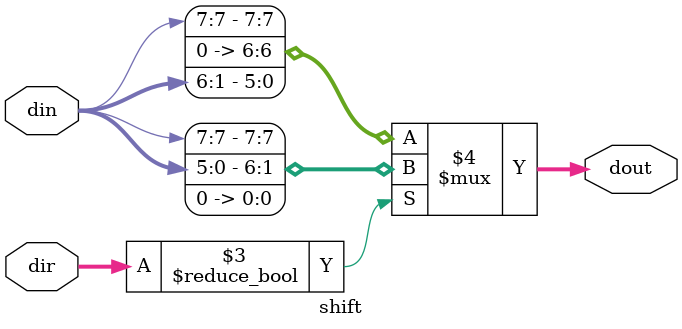
<source format=v>
module shift #(parameter DWIDTH = 8)(
input   [DWIDTH-1:0] dir,
input   [DWIDTH-1:0] din,
output  [DWIDTH-1:0]dout
);

assign dout = dir ? {din[DWIDTH-1],din[DWIDTH-2:0]<<1}
			      : {din[DWIDTH-1],din[DWIDTH-2:0]>>1};

endmodule
</source>
